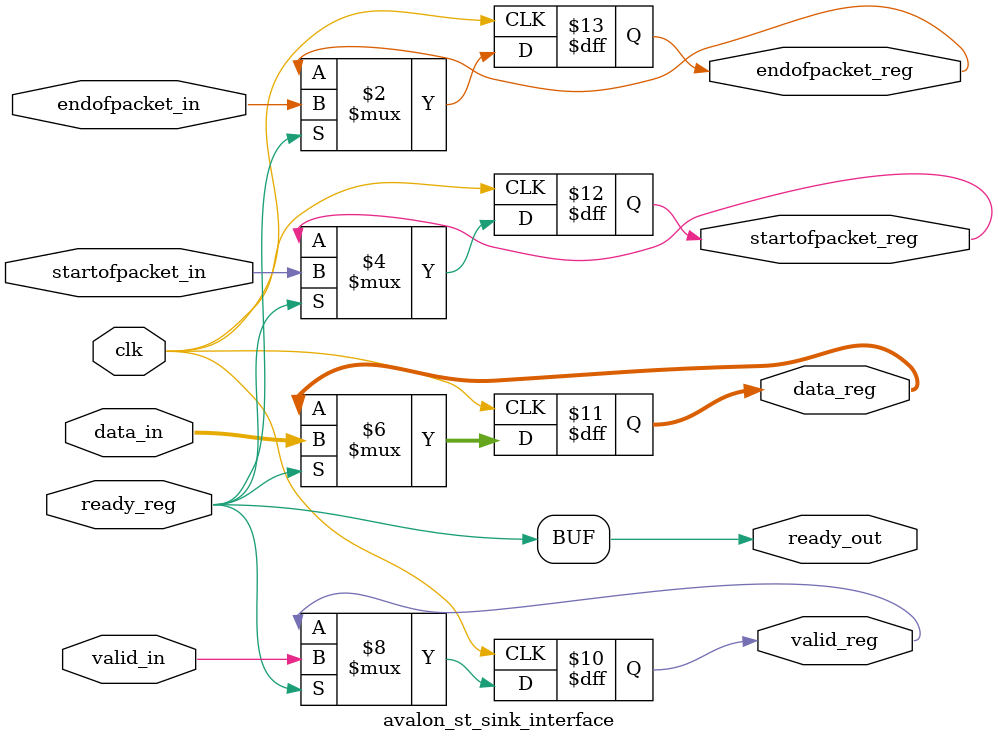
<source format=v>
/* PROYECTO CHS 2022/2023
 * Avalon streaming sink interface de la IP de vídeo
 * 
 * Implementación a partir de los recursos de Intel/Altera:
 * 
 * Altera Corp, "Avalon Interface Specifications. 
 * Ch.6: Avalon Streaming Interfaces: 6.2: Avalon-ST Interface
 * Signals" document ver. 1.2, april 2009
*/

// Señales necesarias extraídas de la interfaz del 
// avalon_streaming_source del avalon_pixel_source del 
// video_dma_controller_ip_input, elemento del qsys que nos sirve los
// datos por streaming con un formato determinado.

// Señales necesarias: 
// clk, ready, valid, startofpacket, endofpacket, data[15:0]
// startofpacket y endofpacket indican el principio y fin de un frame?


module avalon_st_sink_interface (
    
    input wire clk,  // reloj
    
    input wire ready_reg,
    output wire ready_out,  // ready, señal del sink al source. Indica si la IP está lista para recibir datos al source anterior.
    
    input wire valid_in,  // valid in
    output reg valid_reg,  // valid reg
    
    input wire [15:0] data_in,  // datos, colores RGB de 16 bits, serie.
    output reg [15:0] data_reg, // datos, registro en la IP
    
    input wire startofpacket_in,  // indicador inicio frame
    input wire endofpacket_in,  // indicador fin frame
    
    output reg startofpacket_reg,  // indicador inicio frame, registro en la IP
    output reg endofpacket_reg  // indicador fin frame, registro en la IP
);



// listo para recibir datos inmediatamente cuando el bloque inferior lo esté
assign ready_out = ready_reg;


/*
// pasamos el válido con misma latencia que los datos
assign valid_reg = valid_in;
// transferencias para que sea accesible por la IP
assign data_reg = data_in;
assign startofpacket_reg = startofpacket_in;
assign endofpacket_reg = endofpacket_in;
*/



always @(posedge clk)
begin
    
    if (ready_out)
    begin
        // pasamos el válido con misma latencia que los datos
        valid_reg <= valid_in;
        
        // transferencias para que sea accesible por la IP
        data_reg <= data_in;
        startofpacket_reg <= startofpacket_in;
        endofpacket_reg <= endofpacket_in;
        // si no está ready: no hacer nada (se mantiene el dato anterior)
    end
    
end



endmodule



</source>
